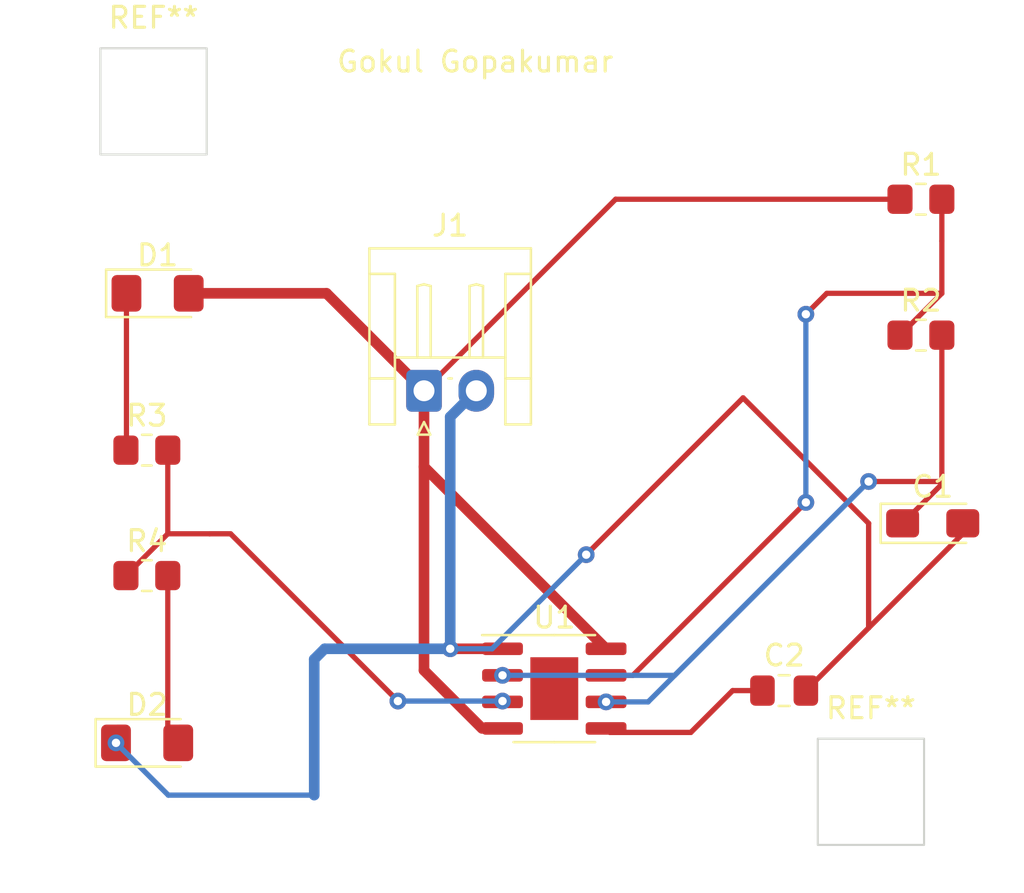
<source format=kicad_pcb>
(kicad_pcb (version 20221018) (generator pcbnew)
  (layers (0 "F.Cu" signal) (31 "B.Cu" signal) (34 "B.Paste" user) (35 "F.Paste" user) (36 "B.SilkS" user "B.Silkscreen") (37 "F.SilkS" user "F.Silkscreen") (38 "B.Mask" user) (39 "F.Mask" user) (44 "Edge.Cuts" user))
  (net 0 "")
  (net 1 "/pin_2")
  (net 2 "GND")
  (net 3 "Net-(U1-CV)")
  (net 4 "Net-(D1-K)")
  (net 5 "+9V")
  (net 6 "Net-(D2-A)")
  (net 7 "/pin_7")
  (net 8 "/pin_3")
  (footprint "Connector_JST:JST_EH_S2B-EH_1x02_P2.50mm_Horizontal" (layer "F.Cu") (at 33.2475 34.16)
    (fp_text reference "J1" (at 1.25 -7.9) (layer "F.SilkS"))
    (fp_text value "Conn_01x02_Pin")
    (fp_line (start -2.61 -6.81) (end 5.11 -6.81) (stroke (width 0.12)) (layer "F.SilkS"))
    (fp_line (start -2.61 -5.59) (end -1.39 -5.59) (stroke (width 0.12)) (layer "F.SilkS"))
    (fp_line (start -2.61 1.61) (end -2.61 -6.81) (stroke (width 0.12)) (layer "F.SilkS"))
    (fp_line (start -1.39 -5.59) (end -1.39 -0.59) (stroke (width 0.12)) (layer "F.SilkS"))
    (fp_line (start -1.39 -1.59) (end 3.89 -1.59) (stroke (width 0.12)) (layer "F.SilkS"))
    (fp_line (start -1.39 -0.59) (end -2.61 -0.59) (stroke (width 0.12)) (layer "F.SilkS"))
    (fp_line (start -1.39 -0.59) (end -1.39 1.61) (stroke (width 0.12)) (layer "F.SilkS"))
    (fp_line (start -1.39 1.61) (end -2.61 1.61) (stroke (width 0.12)) (layer "F.SilkS"))
    (fp_line (start -0.32 -5.01) (end 0 -5.09) (stroke (width 0.12)) (layer "F.SilkS"))
    (fp_line (start -0.32 -1.59) (end -0.32 -5.01) (stroke (width 0.12)) (layer "F.SilkS"))
    (fp_line (start -0.3 2.1) (end 0.3 2.1) (stroke (width 0.12)) (layer "F.SilkS"))
    (fp_line (start 0 -5.09) (end 0.32 -5.01) (stroke (width 0.12)) (layer "F.SilkS"))
    (fp_line (start 0 -1.59) (end -0.32 -1.59) (stroke (width 0.12)) (layer "F.SilkS"))
    (fp_line (start 0 1.5) (end -0.3 2.1) (stroke (width 0.12)) (layer "F.SilkS"))
    (fp_line (start 0.3 2.1) (end 0 1.5) (stroke (width 0.12)) (layer "F.SilkS"))
    (fp_line (start 0.32 -5.01) (end 0.32 -1.59) (stroke (width 0.12)) (layer "F.SilkS"))
    (fp_line (start 0.32 -1.59) (end 0 -1.59) (stroke (width 0.12)) (layer "F.SilkS"))
    (fp_line (start 1.17 -0.59) (end 1.33 -0.59) (stroke (width 0.12)) (layer "F.SilkS"))
    (fp_line (start 2.18 -5.01) (end 2.5 -5.09) (stroke (width 0.12)) (layer "F.SilkS"))
    (fp_line (start 2.18 -1.59) (end 2.18 -5.01) (stroke (width 0.12)) (layer "F.SilkS"))
    (fp_line (start 2.5 -5.09) (end 2.82 -5.01) (stroke (width 0.12)) (layer "F.SilkS"))
    (fp_line (start 2.5 -1.59) (end 2.18 -1.59) (stroke (width 0.12)) (layer "F.SilkS"))
    (fp_line (start 2.82 -5.01) (end 2.82 -1.59) (stroke (width 0.12)) (layer "F.SilkS"))
    (fp_line (start 2.82 -1.59) (end 2.5 -1.59) (stroke (width 0.12)) (layer "F.SilkS"))
    (fp_line (start 3.89 -5.59) (end 3.89 -0.59) (stroke (width 0.12)) (layer "F.SilkS"))
    (fp_line (start 3.89 -0.59) (end 5.11 -0.59) (stroke (width 0.12)) (layer "F.SilkS"))
    (fp_line (start 3.89 1.61) (end 3.89 -0.59) (stroke (width 0.12)) (layer "F.SilkS"))
    (fp_line (start 5.11 -6.81) (end 5.11 1.61) (stroke (width 0.12)) (layer "F.SilkS"))
    (fp_line (start 5.11 -5.59) (end 3.89 -5.59) (stroke (width 0.12)) (layer "F.SilkS"))
    (fp_line (start 5.11 1.61) (end 3.89 1.61) (stroke (width 0.12)) (layer "F.SilkS"))
    (pad "1" thru_hole roundrect (at 0 0) (size 1.7 2) (drill 1) (layers "*.Cu" "*.Mask") (roundrect_rratio 0.1470588235) (net 5 "+9V"))
    (pad "2" thru_hole oval (at 2.5 0) (size 1.7 2) (drill 1) (layers "*.Cu" "*.Mask") (net 2 "GND"))
  )
  (footprint "Capacitor_SMD:C_0805_2012Metric_Pad1.18x1.45mm_HandSolder" (layer "F.Cu") (at 50.4625 48.5)
    (fp_text reference "C2" (at 0 -1.68) (layer "F.SilkS"))
    (fp_text value "0.01µF")
    (fp_line (start -0.261252 -0.735) (end 0.261252 -0.735) (stroke (width 0.12)) (layer "F.SilkS"))
    (fp_line (start -0.261252 0.735) (end 0.261252 0.735) (stroke (width 0.12)) (layer "F.SilkS"))
    (pad "1" smd roundrect (at -1.0375 0) (size 1.175 1.45) (layers "F.Cu" "F.Paste" "F.Mask") (roundrect_rratio 0.2127659574) (net 3 "Net-(U1-CV)"))
    (pad "2" smd roundrect (at 1.0375 0) (size 1.175 1.45) (layers "F.Cu" "F.Paste" "F.Mask") (roundrect_rratio 0.2127659574) (net 2 "GND"))
  )
  (footprint "Resistor_SMD:R_0805_2012Metric_Pad1.20x1.40mm_HandSolder" (layer "F.Cu") (at 57 25)
    (fp_text reference "R1" (at 0 -1.65) (layer "F.SilkS"))
    (fp_text value "1k")
    (fp_line (start -0.227064 -0.735) (end 0.227064 -0.735) (stroke (width 0.12)) (layer "F.SilkS"))
    (fp_line (start -0.227064 0.735) (end 0.227064 0.735) (stroke (width 0.12)) (layer "F.SilkS"))
    (pad "1" smd roundrect (at -1 0) (size 1.2 1.4) (layers "F.Cu" "F.Paste" "F.Mask") (roundrect_rratio 0.2083333333) (net 5 "+9V"))
    (pad "2" smd roundrect (at 1 0) (size 1.2 1.4) (layers "F.Cu" "F.Paste" "F.Mask") (roundrect_rratio 0.2083333333) (net 7 "/pin_7"))
  )
  (footprint "Package_SO:SOIC-8-1EP_3.9x4.9mm_P1.27mm_EP2.29x3mm" (layer "F.Cu") (at 39.475 48.405)
    (fp_text reference "U1" (at 0 -3.4) (layer "F.SilkS"))
    (fp_text value "NE555D")
    (fp_line (start 0 -2.56) (end -3.45 -2.56) (stroke (width 0.12)) (layer "F.SilkS"))
    (fp_line (start 0 -2.56) (end 1.95 -2.56) (stroke (width 0.12)) (layer "F.SilkS"))
    (fp_line (start 0 2.56) (end -1.95 2.56) (stroke (width 0.12)) (layer "F.SilkS"))
    (fp_line (start 0 2.56) (end 1.95 2.56) (stroke (width 0.12)) (layer "F.SilkS"))
    (pad "1" smd roundrect (at -2.475 -1.905) (size 1.95 0.6) (layers "F.Cu" "F.Paste" "F.Mask") (net 2 "GND"))
    (pad "2" smd roundrect (at -2.475 -0.635) (size 1.95 0.6) (layers "F.Cu" "F.Paste" "F.Mask") (net 1 "/pin_2"))
    (pad "3" smd roundrect (at -2.475 0.635) (size 1.95 0.6) (layers "F.Cu" "F.Paste" "F.Mask") (net 8 "/pin_3"))
    (pad "4" smd roundrect (at -2.475 1.905) (size 1.95 0.6) (layers "F.Cu" "F.Paste" "F.Mask") (net 5 "+9V"))
    (pad "5" smd roundrect (at 2.475 1.905) (size 1.95 0.6) (layers "F.Cu" "F.Paste" "F.Mask") (net 3 "Net-(U1-CV)"))
    (pad "6" smd roundrect (at 2.475 0.635) (size 1.95 0.6) (layers "F.Cu" "F.Paste" "F.Mask") (net 1 "/pin_2"))
    (pad "7" smd roundrect (at 2.475 -0.635) (size 1.95 0.6) (layers "F.Cu" "F.Paste" "F.Mask") (net 7 "/pin_7"))
    (pad "8" smd roundrect (at 2.475 -1.905) (size 1.95 0.6) (layers "F.Cu" "F.Paste" "F.Mask") (net 5 "+9V"))
    (pad "9" smd rect (at 0 0) (size 2.29 3) (layers "F.Cu" "F.Mask"))
  )
  (footprint "Capacitor_Tantalum_SMD:CP_EIA-3216-18_Kemet-A_Pad1.58x1.35mm_HandSolder" (layer "F.Cu") (at 57.5625 40.5)
    (fp_text reference "C1" (at 0 -1.75) (layer "F.SilkS"))
    (fp_text value "10µF")
    (fp_line (start -2.485 -0.935) (end -2.485 0.935) (stroke (width 0.12)) (layer "F.SilkS"))
    (fp_line (start -2.485 0.935) (end 1.6 0.935) (stroke (width 0.12)) (layer "F.SilkS"))
    (fp_line (start 1.6 -0.935) (end -2.485 -0.935) (stroke (width 0.12)) (layer "F.SilkS"))
    (pad "1" smd roundrect (at -1.4375 0) (size 1.575 1.35) (layers "F.Cu" "F.Paste" "F.Mask") (roundrect_rratio 0.1851851852) (net 1 "/pin_2"))
    (pad "2" smd roundrect (at 1.4375 0) (size 1.575 1.35) (layers "F.Cu" "F.Paste" "F.Mask") (roundrect_rratio 0.1851851852) (net 2 "GND"))
  )
  (footprint "LED_SMD:LED_1206_3216Metric_Pad1.42x1.75mm_HandSolder" (layer "F.Cu") (at 20.5125 29.5)
    (fp_text reference "D1" (at 0 -1.82) (layer "F.SilkS"))
    (fp_text value "LED")
    (fp_line (start -2.46 -1.135) (end -2.46 1.135) (stroke (width 0.12)) (layer "F.SilkS"))
    (fp_line (start -2.46 1.135) (end 1.6 1.135) (stroke (width 0.12)) (layer "F.SilkS"))
    (fp_line (start 1.6 -1.135) (end -2.46 -1.135) (stroke (width 0.12)) (layer "F.SilkS"))
    (pad "1" smd roundrect (at -1.4875 0) (size 1.425 1.75) (layers "F.Cu" "F.Paste" "F.Mask") (roundrect_rratio 0.1754392982) (net 4 "Net-(D1-K)"))
    (pad "2" smd roundrect (at 1.4875 0) (size 1.425 1.75) (layers "F.Cu" "F.Paste" "F.Mask") (roundrect_rratio 0.1754392982) (net 5 "+9V"))
  )
  (footprint "MountingHole:MountingHole_3mm" (layer "F.Cu") (at 54.61 53.34)
    (fp_text reference "REF**" (at 0 -4) (layer "F.SilkS"))
    (fp_text value "MountingHole_3mm")
    (pad "" np_thru_hole circle (at 0 0) (size 3 3) (drill 3) (layers "F&B.Cu" "*.Mask"))
  )
  (footprint "Resistor_SMD:R_0805_2012Metric_Pad1.20x1.40mm_HandSolder" (layer "F.Cu") (at 20 43)
    (fp_text reference "R4" (at 0 -1.65) (layer "F.SilkS"))
    (fp_text value "1k")
    (fp_line (start -0.227064 -0.735) (end 0.227064 -0.735) (stroke (width 0.12)) (layer "F.SilkS"))
    (fp_line (start -0.227064 0.735) (end 0.227064 0.735) (stroke (width 0.12)) (layer "F.SilkS"))
    (pad "1" smd roundrect (at -1 0) (size 1.2 1.4) (layers "F.Cu" "F.Paste" "F.Mask") (roundrect_rratio 0.2083333333) (net 8 "/pin_3"))
    (pad "2" smd roundrect (at 1 0) (size 1.2 1.4) (layers "F.Cu" "F.Paste" "F.Mask") (roundrect_rratio 0.2083333333) (net 6 "Net-(D2-A)"))
  )
  (footprint "Resistor_SMD:R_0805_2012Metric_Pad1.20x1.40mm_HandSolder" (layer "F.Cu") (at 57 31.5)
    (fp_text reference "R2" (at 0 -1.65) (layer "F.SilkS"))
    (fp_text value "10k")
    (fp_line (start -0.227064 -0.735) (end 0.227064 -0.735) (stroke (width 0.12)) (layer "F.SilkS"))
    (fp_line (start -0.227064 0.735) (end 0.227064 0.735) (stroke (width 0.12)) (layer "F.SilkS"))
    (pad "1" smd roundrect (at -1 0) (size 1.2 1.4) (layers "F.Cu" "F.Paste" "F.Mask") (roundrect_rratio 0.2083333333) (net 7 "/pin_7"))
    (pad "2" smd roundrect (at 1 0) (size 1.2 1.4) (layers "F.Cu" "F.Paste" "F.Mask") (roundrect_rratio 0.2083333333) (net 1 "/pin_2"))
  )
  (footprint "LED_SMD:LED_1206_3216Metric_Pad1.42x1.75mm_HandSolder" (layer "F.Cu") (at 20.0125 51)
    (fp_text reference "D2" (at 0 -1.82) (layer "F.SilkS"))
    (fp_text value "LED")
    (fp_line (start -2.46 -1.135) (end -2.46 1.135) (stroke (width 0.12)) (layer "F.SilkS"))
    (fp_line (start -2.46 1.135) (end 1.6 1.135) (stroke (width 0.12)) (layer "F.SilkS"))
    (fp_line (start 1.6 -1.135) (end -2.46 -1.135) (stroke (width 0.12)) (layer "F.SilkS"))
    (pad "1" smd roundrect (at -1.4875 0) (size 1.425 1.75) (layers "F.Cu" "F.Paste" "F.Mask") (roundrect_rratio 0.1754392982) (net 2 "GND"))
    (pad "2" smd roundrect (at 1.4875 0) (size 1.425 1.75) (layers "F.Cu" "F.Paste" "F.Mask") (roundrect_rratio 0.1754392982) (net 6 "Net-(D2-A)"))
  )
  (footprint "Resistor_SMD:R_0805_2012Metric_Pad1.20x1.40mm_HandSolder" (layer "F.Cu") (at 20 37)
    (fp_text reference "R3" (at 0 -1.65) (layer "F.SilkS"))
    (fp_text value "1k")
    (fp_line (start -0.227064 -0.735) (end 0.227064 -0.735) (stroke (width 0.12)) (layer "F.SilkS"))
    (fp_line (start -0.227064 0.735) (end 0.227064 0.735) (stroke (width 0.12)) (layer "F.SilkS"))
    (pad "1" smd roundrect (at -1 0) (size 1.2 1.4) (layers "F.Cu" "F.Paste" "F.Mask") (roundrect_rratio 0.2083333333) (net 4 "Net-(D1-K)"))
    (pad "2" smd roundrect (at 1 0) (size 1.2 1.4) (layers "F.Cu" "F.Paste" "F.Mask") (roundrect_rratio 0.2083333333) (net 8 "/pin_3"))
  )
  (footprint "MountingHole:MountingHole_3mm" (layer "F.Cu") (at 20.32 20.32)
    (fp_text reference "REF**" (at 0 -4) (layer "F.SilkS"))
    (fp_text value "MountingHole_3mm")
    (pad "" np_thru_hole circle (at 0 0) (size 3 3) (drill 3) (layers "*.Cu" "*.Mask"))
  )
  (gr_rect (start 52.07 50.8) (end 57.15 55.88) (stroke (width 0.1)) (fill none) (layer "Edge.Cuts"))
  (gr_rect (start 17.78 17.78) (end 22.86 22.86) (stroke (width 0.1)) (fill none) (layer "Edge.Cuts"))
  (gr_text "Gokul Gopakumar" (at 29 19) (layer "F.SilkS") (effects (font (size 1 1)) (justify left bottom)))
  (segment (start 58 38.5) (end 58 38.625) (width 0.25) (layer "F.Cu") (net 1))
  (segment (start 58 38.625) (end 56.125 40.5) (width 0.25) (layer "F.Cu") (net 1))
  (segment (start 58 38.5) (end 54.5 38.5) (width 0.25) (layer "F.Cu") (net 1))
  (segment (start 58 31.5) (end 58 38.5) (width 0.25) (layer "F.Cu") (net 1))
  (via (at 54.5 38.5) (size 0.8) (drill 0.4) (layers "F.Cu" "B.Cu") (net 1))
  (via (at 41.95 49.04) (size 0.8) (drill 0.4) (layers "F.Cu" "B.Cu") (net 1))
  (via (at 37 47.77) (size 0.8) (drill 0.4) (layers "F.Cu" "B.Cu") (net 1))
  (segment (start 43.96 49.04) (end 41.95 49.04) (width 0.25) (layer "B.Cu") (net 1))
  (segment (start 54.5 38.5) (end 43.96 49.04) (width 0.25) (layer "B.Cu") (net 1))
  (segment (start 54.5 38.5) (end 45.23 47.77) (width 0.25) (layer "B.Cu") (net 1))
  (segment (start 45.23 47.77) (end 37 47.77) (width 0.25) (layer "B.Cu") (net 1))
  (segment (start 59 41) (end 54.5 45.5) (width 0.254) (layer "F.Cu") (net 2))
  (segment (start 34.5 46.5) (end 37 46.5) (width 0.508) (layer "F.Cu") (net 2))
  (segment (start 54.5 45.5) (end 54.5 40.5) (width 0.254) (layer "F.Cu") (net 2))
  (segment (start 54.5 40.5) (end 48.5 34.5) (width 0.254) (layer "F.Cu") (net 2))
  (segment (start 59 40.5) (end 59 41) (width 0.254) (layer "F.Cu") (net 2))
  (segment (start 48.5 34.5) (end 41 42) (width 0.254) (layer "F.Cu") (net 2))
  (segment (start 54.5 45.5) (end 51.5 48.5) (width 0.254) (layer "F.Cu") (net 2))
  (via (at 41 42) (size 0.8) (drill 0.4) (layers "F.Cu" "B.Cu") (net 2))
  (via (at 18.525 51) (size 0.8) (drill 0.4) (layers "F.Cu" "B.Cu") (net 2))
  (via (at 34.5 46.5) (size 0.8) (drill 0.4) (layers "F.Cu" "B.Cu") (net 2))
  (segment (start 41 42) (end 36.5 46.5) (width 0.254) (layer "B.Cu") (net 2))
  (segment (start 34.5 46.5) (end 34.5 35.4075) (width 0.508) (layer "B.Cu") (net 2))
  (segment (start 28 53.5) (end 28 47) (width 0.508) (layer "B.Cu") (net 2))
  (segment (start 28.5 46.5) (end 34.5 46.5) (width 0.508) (layer "B.Cu") (net 2))
  (segment (start 34.5 35.4075) (end 35.7475 34.16) (width 0.508) (layer "B.Cu") (net 2))
  (segment (start 28 53.5) (end 21.025 53.5) (width 0.254) (layer "B.Cu") (net 2))
  (segment (start 28 47) (end 28.5 46.5) (width 0.508) (layer "B.Cu") (net 2))
  (segment (start 36.5 46.5) (end 34.5 46.5) (width 0.254) (layer "B.Cu") (net 2))
  (segment (start 21.025 53.5) (end 18.525 51) (width 0.254) (layer "B.Cu") (net 2))
  (segment (start 48 48.5) (end 46 50.5) (width 0.254) (layer "F.Cu") (net 3))
  (segment (start 42.14 50.5) (end 41.95 50.31) (width 0.254) (layer "F.Cu") (net 3))
  (segment (start 46 50.5) (end 42.14 50.5) (width 0.254) (layer "F.Cu") (net 3))
  (segment (start 49.425 48.5) (end 48 48.5) (width 0.254) (layer "F.Cu") (net 3))
  (segment (start 19.025 36.975) (end 19 37) (width 0.25) (layer "F.Cu") (net 4))
  (segment (start 19.025 29.5) (end 19.025 36.975) (width 0.25) (layer "F.Cu") (net 4))
  (segment (start 42.4075 25) (end 33.2475 34.16) (width 0.25) (layer "F.Cu") (net 5))
  (segment (start 33.2475 37.7975) (end 33.2475 34.16) (width 0.25) (layer "F.Cu") (net 5))
  (segment (start 28.5875 29.5) (end 33.2475 34.16) (width 0.508) (layer "F.Cu") (net 5))
  (segment (start 33.2475 47.5325) (end 33.2475 34.16) (width 0.508) (layer "F.Cu") (net 5))
  (segment (start 37 50.31) (end 36.025 50.31) (width 0.25) (layer "F.Cu") (net 5))
  (segment (start 22 29.5) (end 28.5875 29.5) (width 0.508) (layer "F.Cu") (net 5))
  (segment (start 41.95 46.5) (end 33.2475 37.7975) (width 0.508) (layer "F.Cu") (net 5))
  (segment (start 56 25) (end 42.4075 25) (width 0.25) (layer "F.Cu") (net 5))
  (segment (start 36.025 50.31) (end 33.2475 47.5325) (width 0.508) (layer "F.Cu") (net 5))
  (segment (start 21 50.5) (end 21.5 51) (width 0.25) (layer "F.Cu") (net 6))
  (segment (start 21 43) (end 21 50.5) (width 0.25) (layer "F.Cu") (net 6))
  (segment (start 51.5 30.5) (end 52.5 29.5) (width 0.25) (layer "F.Cu") (net 7))
  (segment (start 43.23 47.77) (end 51.5 39.5) (width 0.25) (layer "F.Cu") (net 7))
  (segment (start 58 25) (end 58 27) (width 0.25) (layer "F.Cu") (net 7))
  (segment (start 58 29.5) (end 56 31.5) (width 0.25) (layer "F.Cu") (net 7))
  (segment (start 41.95 47.77) (end 43.23 47.77) (width 0.25) (layer "F.Cu") (net 7))
  (segment (start 58 27) (end 58 29.5) (width 0.25) (layer "F.Cu") (net 7))
  (segment (start 52.5 29.5) (end 58 29.5) (width 0.25) (layer "F.Cu") (net 7))
  (via (at 51.5 30.5) (size 0.8) (drill 0.4) (layers "F.Cu" "B.Cu") (net 7))
  (via (at 51.5 39.5) (size 0.8) (drill 0.4) (layers "F.Cu" "B.Cu") (net 7))
  (segment (start 51.5 39.5) (end 51.5 30.5) (width 0.25) (layer "B.Cu") (net 7))
  (segment (start 21 37) (end 21 41) (width 0.25) (layer "F.Cu") (net 8))
  (segment (start 21 41) (end 19 43) (width 0.25) (layer "F.Cu") (net 8))
  (segment (start 24 41) (end 32 49) (width 0.254) (layer "F.Cu") (net 8))
  (segment (start 21 41) (end 23 41) (width 0.25) (layer "F.Cu") (net 8))
  (segment (start 23 41) (end 24 41) (width 0.254) (layer "F.Cu") (net 8))
  (via (at 32 49) (size 0.8) (drill 0.4) (layers "F.Cu" "B.Cu") (net 8))
  (via (at 37 49) (size 0.8) (drill 0.4) (layers "F.Cu" "B.Cu") (net 8))
  (segment (start 32 49) (end 37 49) (width 0.254) (layer "B.Cu") (net 8))
)
</source>
